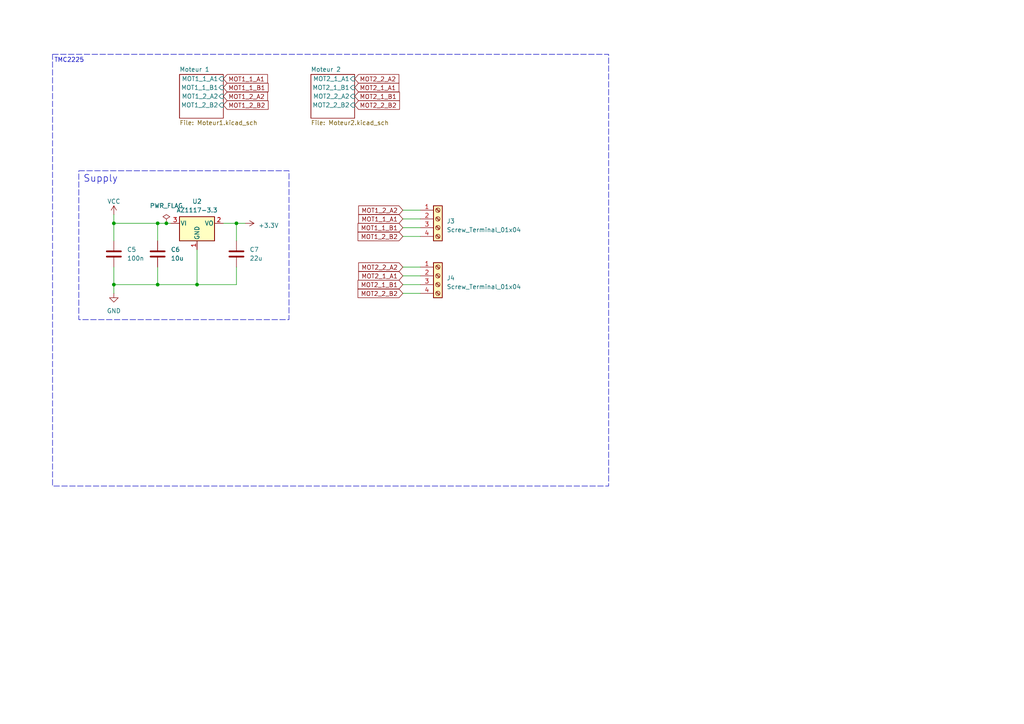
<source format=kicad_sch>
(kicad_sch
	(version 20250114)
	(generator "eeschema")
	(generator_version "9.0")
	(uuid "6547e6e9-8ab0-4cdc-9d64-ddec34ae8d48")
	(paper "A4")
	(title_block
		(title "Projet 6 KICAD TMC2225")
		(company "ENSEA")
	)
	(lib_symbols
		(symbol "Connector:Screw_Terminal_01x04"
			(pin_names
				(offset 1.016)
				(hide yes)
			)
			(exclude_from_sim no)
			(in_bom yes)
			(on_board yes)
			(property "Reference" "J"
				(at 0 5.08 0)
				(effects
					(font
						(size 1.27 1.27)
					)
				)
			)
			(property "Value" "Screw_Terminal_01x04"
				(at 0 -7.62 0)
				(effects
					(font
						(size 1.27 1.27)
					)
				)
			)
			(property "Footprint" ""
				(at 0 0 0)
				(effects
					(font
						(size 1.27 1.27)
					)
					(hide yes)
				)
			)
			(property "Datasheet" "~"
				(at 0 0 0)
				(effects
					(font
						(size 1.27 1.27)
					)
					(hide yes)
				)
			)
			(property "Description" "Generic screw terminal, single row, 01x04, script generated (kicad-library-utils/schlib/autogen/connector/)"
				(at 0 0 0)
				(effects
					(font
						(size 1.27 1.27)
					)
					(hide yes)
				)
			)
			(property "ki_keywords" "screw terminal"
				(at 0 0 0)
				(effects
					(font
						(size 1.27 1.27)
					)
					(hide yes)
				)
			)
			(property "ki_fp_filters" "TerminalBlock*:*"
				(at 0 0 0)
				(effects
					(font
						(size 1.27 1.27)
					)
					(hide yes)
				)
			)
			(symbol "Screw_Terminal_01x04_1_1"
				(rectangle
					(start -1.27 3.81)
					(end 1.27 -6.35)
					(stroke
						(width 0.254)
						(type default)
					)
					(fill
						(type background)
					)
				)
				(polyline
					(pts
						(xy -0.5334 2.8702) (xy 0.3302 2.032)
					)
					(stroke
						(width 0.1524)
						(type default)
					)
					(fill
						(type none)
					)
				)
				(polyline
					(pts
						(xy -0.5334 0.3302) (xy 0.3302 -0.508)
					)
					(stroke
						(width 0.1524)
						(type default)
					)
					(fill
						(type none)
					)
				)
				(polyline
					(pts
						(xy -0.5334 -2.2098) (xy 0.3302 -3.048)
					)
					(stroke
						(width 0.1524)
						(type default)
					)
					(fill
						(type none)
					)
				)
				(polyline
					(pts
						(xy -0.5334 -4.7498) (xy 0.3302 -5.588)
					)
					(stroke
						(width 0.1524)
						(type default)
					)
					(fill
						(type none)
					)
				)
				(polyline
					(pts
						(xy -0.3556 3.048) (xy 0.508 2.2098)
					)
					(stroke
						(width 0.1524)
						(type default)
					)
					(fill
						(type none)
					)
				)
				(polyline
					(pts
						(xy -0.3556 0.508) (xy 0.508 -0.3302)
					)
					(stroke
						(width 0.1524)
						(type default)
					)
					(fill
						(type none)
					)
				)
				(polyline
					(pts
						(xy -0.3556 -2.032) (xy 0.508 -2.8702)
					)
					(stroke
						(width 0.1524)
						(type default)
					)
					(fill
						(type none)
					)
				)
				(polyline
					(pts
						(xy -0.3556 -4.572) (xy 0.508 -5.4102)
					)
					(stroke
						(width 0.1524)
						(type default)
					)
					(fill
						(type none)
					)
				)
				(circle
					(center 0 2.54)
					(radius 0.635)
					(stroke
						(width 0.1524)
						(type default)
					)
					(fill
						(type none)
					)
				)
				(circle
					(center 0 0)
					(radius 0.635)
					(stroke
						(width 0.1524)
						(type default)
					)
					(fill
						(type none)
					)
				)
				(circle
					(center 0 -2.54)
					(radius 0.635)
					(stroke
						(width 0.1524)
						(type default)
					)
					(fill
						(type none)
					)
				)
				(circle
					(center 0 -5.08)
					(radius 0.635)
					(stroke
						(width 0.1524)
						(type default)
					)
					(fill
						(type none)
					)
				)
				(pin passive line
					(at -5.08 2.54 0)
					(length 3.81)
					(name "Pin_1"
						(effects
							(font
								(size 1.27 1.27)
							)
						)
					)
					(number "1"
						(effects
							(font
								(size 1.27 1.27)
							)
						)
					)
				)
				(pin passive line
					(at -5.08 0 0)
					(length 3.81)
					(name "Pin_2"
						(effects
							(font
								(size 1.27 1.27)
							)
						)
					)
					(number "2"
						(effects
							(font
								(size 1.27 1.27)
							)
						)
					)
				)
				(pin passive line
					(at -5.08 -2.54 0)
					(length 3.81)
					(name "Pin_3"
						(effects
							(font
								(size 1.27 1.27)
							)
						)
					)
					(number "3"
						(effects
							(font
								(size 1.27 1.27)
							)
						)
					)
				)
				(pin passive line
					(at -5.08 -5.08 0)
					(length 3.81)
					(name "Pin_4"
						(effects
							(font
								(size 1.27 1.27)
							)
						)
					)
					(number "4"
						(effects
							(font
								(size 1.27 1.27)
							)
						)
					)
				)
			)
			(embedded_fonts no)
		)
		(symbol "Device:C"
			(pin_numbers
				(hide yes)
			)
			(pin_names
				(offset 0.254)
			)
			(exclude_from_sim no)
			(in_bom yes)
			(on_board yes)
			(property "Reference" "C"
				(at 0.635 2.54 0)
				(effects
					(font
						(size 1.27 1.27)
					)
					(justify left)
				)
			)
			(property "Value" "C"
				(at 0.635 -2.54 0)
				(effects
					(font
						(size 1.27 1.27)
					)
					(justify left)
				)
			)
			(property "Footprint" ""
				(at 0.9652 -3.81 0)
				(effects
					(font
						(size 1.27 1.27)
					)
					(hide yes)
				)
			)
			(property "Datasheet" "~"
				(at 0 0 0)
				(effects
					(font
						(size 1.27 1.27)
					)
					(hide yes)
				)
			)
			(property "Description" "Unpolarized capacitor"
				(at 0 0 0)
				(effects
					(font
						(size 1.27 1.27)
					)
					(hide yes)
				)
			)
			(property "ki_keywords" "cap capacitor"
				(at 0 0 0)
				(effects
					(font
						(size 1.27 1.27)
					)
					(hide yes)
				)
			)
			(property "ki_fp_filters" "C_*"
				(at 0 0 0)
				(effects
					(font
						(size 1.27 1.27)
					)
					(hide yes)
				)
			)
			(symbol "C_0_1"
				(polyline
					(pts
						(xy -2.032 0.762) (xy 2.032 0.762)
					)
					(stroke
						(width 0.508)
						(type default)
					)
					(fill
						(type none)
					)
				)
				(polyline
					(pts
						(xy -2.032 -0.762) (xy 2.032 -0.762)
					)
					(stroke
						(width 0.508)
						(type default)
					)
					(fill
						(type none)
					)
				)
			)
			(symbol "C_1_1"
				(pin passive line
					(at 0 3.81 270)
					(length 2.794)
					(name "~"
						(effects
							(font
								(size 1.27 1.27)
							)
						)
					)
					(number "1"
						(effects
							(font
								(size 1.27 1.27)
							)
						)
					)
				)
				(pin passive line
					(at 0 -3.81 90)
					(length 2.794)
					(name "~"
						(effects
							(font
								(size 1.27 1.27)
							)
						)
					)
					(number "2"
						(effects
							(font
								(size 1.27 1.27)
							)
						)
					)
				)
			)
			(embedded_fonts no)
		)
		(symbol "Regulator_Linear:AZ1117-3.3"
			(pin_names
				(offset 0.254)
			)
			(exclude_from_sim no)
			(in_bom yes)
			(on_board yes)
			(property "Reference" "U"
				(at -3.81 3.175 0)
				(effects
					(font
						(size 1.27 1.27)
					)
				)
			)
			(property "Value" "AZ1117-3.3"
				(at 0 3.175 0)
				(effects
					(font
						(size 1.27 1.27)
					)
					(justify left)
				)
			)
			(property "Footprint" ""
				(at 0 6.35 0)
				(effects
					(font
						(size 1.27 1.27)
						(italic yes)
					)
					(hide yes)
				)
			)
			(property "Datasheet" "https://www.diodes.com/assets/Datasheets/AZ1117.pdf"
				(at 0 0 0)
				(effects
					(font
						(size 1.27 1.27)
					)
					(hide yes)
				)
			)
			(property "Description" "1A 20V Fixed LDO Linear Regulator, 3.3V, SOT-89/SOT-223/TO-220/TO-252/TO-263"
				(at 0 0 0)
				(effects
					(font
						(size 1.27 1.27)
					)
					(hide yes)
				)
			)
			(property "ki_keywords" "Fixed Voltage Regulator 1A Positive LDO"
				(at 0 0 0)
				(effects
					(font
						(size 1.27 1.27)
					)
					(hide yes)
				)
			)
			(property "ki_fp_filters" "SOT?223* SOT?89* TO?220* TO?252* TO?263*"
				(at 0 0 0)
				(effects
					(font
						(size 1.27 1.27)
					)
					(hide yes)
				)
			)
			(symbol "AZ1117-3.3_0_1"
				(rectangle
					(start -5.08 1.905)
					(end 5.08 -5.08)
					(stroke
						(width 0.254)
						(type default)
					)
					(fill
						(type background)
					)
				)
			)
			(symbol "AZ1117-3.3_1_1"
				(pin power_in line
					(at -7.62 0 0)
					(length 2.54)
					(name "VI"
						(effects
							(font
								(size 1.27 1.27)
							)
						)
					)
					(number "3"
						(effects
							(font
								(size 1.27 1.27)
							)
						)
					)
				)
				(pin power_in line
					(at 0 -7.62 90)
					(length 2.54)
					(name "GND"
						(effects
							(font
								(size 1.27 1.27)
							)
						)
					)
					(number "1"
						(effects
							(font
								(size 1.27 1.27)
							)
						)
					)
				)
				(pin power_out line
					(at 7.62 0 180)
					(length 2.54)
					(name "VO"
						(effects
							(font
								(size 1.27 1.27)
							)
						)
					)
					(number "2"
						(effects
							(font
								(size 1.27 1.27)
							)
						)
					)
				)
			)
			(embedded_fonts no)
		)
		(symbol "power:+3.3V"
			(power)
			(pin_numbers
				(hide yes)
			)
			(pin_names
				(offset 0)
				(hide yes)
			)
			(exclude_from_sim no)
			(in_bom yes)
			(on_board yes)
			(property "Reference" "#PWR"
				(at 0 -3.81 0)
				(effects
					(font
						(size 1.27 1.27)
					)
					(hide yes)
				)
			)
			(property "Value" "+3.3V"
				(at 0 3.556 0)
				(effects
					(font
						(size 1.27 1.27)
					)
				)
			)
			(property "Footprint" ""
				(at 0 0 0)
				(effects
					(font
						(size 1.27 1.27)
					)
					(hide yes)
				)
			)
			(property "Datasheet" ""
				(at 0 0 0)
				(effects
					(font
						(size 1.27 1.27)
					)
					(hide yes)
				)
			)
			(property "Description" "Power symbol creates a global label with name \"+3.3V\""
				(at 0 0 0)
				(effects
					(font
						(size 1.27 1.27)
					)
					(hide yes)
				)
			)
			(property "ki_keywords" "global power"
				(at 0 0 0)
				(effects
					(font
						(size 1.27 1.27)
					)
					(hide yes)
				)
			)
			(symbol "+3.3V_0_1"
				(polyline
					(pts
						(xy -0.762 1.27) (xy 0 2.54)
					)
					(stroke
						(width 0)
						(type default)
					)
					(fill
						(type none)
					)
				)
				(polyline
					(pts
						(xy 0 2.54) (xy 0.762 1.27)
					)
					(stroke
						(width 0)
						(type default)
					)
					(fill
						(type none)
					)
				)
				(polyline
					(pts
						(xy 0 0) (xy 0 2.54)
					)
					(stroke
						(width 0)
						(type default)
					)
					(fill
						(type none)
					)
				)
			)
			(symbol "+3.3V_1_1"
				(pin power_in line
					(at 0 0 90)
					(length 0)
					(name "~"
						(effects
							(font
								(size 1.27 1.27)
							)
						)
					)
					(number "1"
						(effects
							(font
								(size 1.27 1.27)
							)
						)
					)
				)
			)
			(embedded_fonts no)
		)
		(symbol "power:GND"
			(power)
			(pin_numbers
				(hide yes)
			)
			(pin_names
				(offset 0)
				(hide yes)
			)
			(exclude_from_sim no)
			(in_bom yes)
			(on_board yes)
			(property "Reference" "#PWR"
				(at 0 -6.35 0)
				(effects
					(font
						(size 1.27 1.27)
					)
					(hide yes)
				)
			)
			(property "Value" "GND"
				(at 0 -3.81 0)
				(effects
					(font
						(size 1.27 1.27)
					)
				)
			)
			(property "Footprint" ""
				(at 0 0 0)
				(effects
					(font
						(size 1.27 1.27)
					)
					(hide yes)
				)
			)
			(property "Datasheet" ""
				(at 0 0 0)
				(effects
					(font
						(size 1.27 1.27)
					)
					(hide yes)
				)
			)
			(property "Description" "Power symbol creates a global label with name \"GND\" , ground"
				(at 0 0 0)
				(effects
					(font
						(size 1.27 1.27)
					)
					(hide yes)
				)
			)
			(property "ki_keywords" "global power"
				(at 0 0 0)
				(effects
					(font
						(size 1.27 1.27)
					)
					(hide yes)
				)
			)
			(symbol "GND_0_1"
				(polyline
					(pts
						(xy 0 0) (xy 0 -1.27) (xy 1.27 -1.27) (xy 0 -2.54) (xy -1.27 -1.27) (xy 0 -1.27)
					)
					(stroke
						(width 0)
						(type default)
					)
					(fill
						(type none)
					)
				)
			)
			(symbol "GND_1_1"
				(pin power_in line
					(at 0 0 270)
					(length 0)
					(name "~"
						(effects
							(font
								(size 1.27 1.27)
							)
						)
					)
					(number "1"
						(effects
							(font
								(size 1.27 1.27)
							)
						)
					)
				)
			)
			(embedded_fonts no)
		)
		(symbol "power:PWR_FLAG"
			(power)
			(pin_numbers
				(hide yes)
			)
			(pin_names
				(offset 0)
				(hide yes)
			)
			(exclude_from_sim no)
			(in_bom yes)
			(on_board yes)
			(property "Reference" "#FLG"
				(at 0 1.905 0)
				(effects
					(font
						(size 1.27 1.27)
					)
					(hide yes)
				)
			)
			(property "Value" "PWR_FLAG"
				(at 0 3.81 0)
				(effects
					(font
						(size 1.27 1.27)
					)
				)
			)
			(property "Footprint" ""
				(at 0 0 0)
				(effects
					(font
						(size 1.27 1.27)
					)
					(hide yes)
				)
			)
			(property "Datasheet" "~"
				(at 0 0 0)
				(effects
					(font
						(size 1.27 1.27)
					)
					(hide yes)
				)
			)
			(property "Description" "Special symbol for telling ERC where power comes from"
				(at 0 0 0)
				(effects
					(font
						(size 1.27 1.27)
					)
					(hide yes)
				)
			)
			(property "ki_keywords" "flag power"
				(at 0 0 0)
				(effects
					(font
						(size 1.27 1.27)
					)
					(hide yes)
				)
			)
			(symbol "PWR_FLAG_0_0"
				(pin power_out line
					(at 0 0 90)
					(length 0)
					(name "~"
						(effects
							(font
								(size 1.27 1.27)
							)
						)
					)
					(number "1"
						(effects
							(font
								(size 1.27 1.27)
							)
						)
					)
				)
			)
			(symbol "PWR_FLAG_0_1"
				(polyline
					(pts
						(xy 0 0) (xy 0 1.27) (xy -1.016 1.905) (xy 0 2.54) (xy 1.016 1.905) (xy 0 1.27)
					)
					(stroke
						(width 0)
						(type default)
					)
					(fill
						(type none)
					)
				)
			)
			(embedded_fonts no)
		)
		(symbol "power:VCC"
			(power)
			(pin_numbers
				(hide yes)
			)
			(pin_names
				(offset 0)
				(hide yes)
			)
			(exclude_from_sim no)
			(in_bom yes)
			(on_board yes)
			(property "Reference" "#PWR"
				(at 0 -3.81 0)
				(effects
					(font
						(size 1.27 1.27)
					)
					(hide yes)
				)
			)
			(property "Value" "VCC"
				(at 0 3.556 0)
				(effects
					(font
						(size 1.27 1.27)
					)
				)
			)
			(property "Footprint" ""
				(at 0 0 0)
				(effects
					(font
						(size 1.27 1.27)
					)
					(hide yes)
				)
			)
			(property "Datasheet" ""
				(at 0 0 0)
				(effects
					(font
						(size 1.27 1.27)
					)
					(hide yes)
				)
			)
			(property "Description" "Power symbol creates a global label with name \"VCC\""
				(at 0 0 0)
				(effects
					(font
						(size 1.27 1.27)
					)
					(hide yes)
				)
			)
			(property "ki_keywords" "global power"
				(at 0 0 0)
				(effects
					(font
						(size 1.27 1.27)
					)
					(hide yes)
				)
			)
			(symbol "VCC_0_1"
				(polyline
					(pts
						(xy -0.762 1.27) (xy 0 2.54)
					)
					(stroke
						(width 0)
						(type default)
					)
					(fill
						(type none)
					)
				)
				(polyline
					(pts
						(xy 0 2.54) (xy 0.762 1.27)
					)
					(stroke
						(width 0)
						(type default)
					)
					(fill
						(type none)
					)
				)
				(polyline
					(pts
						(xy 0 0) (xy 0 2.54)
					)
					(stroke
						(width 0)
						(type default)
					)
					(fill
						(type none)
					)
				)
			)
			(symbol "VCC_1_1"
				(pin power_in line
					(at 0 0 90)
					(length 0)
					(name "~"
						(effects
							(font
								(size 1.27 1.27)
							)
						)
					)
					(number "1"
						(effects
							(font
								(size 1.27 1.27)
							)
						)
					)
				)
			)
			(embedded_fonts no)
		)
	)
	(rectangle
		(start 22.86 49.53)
		(end 83.82 92.71)
		(stroke
			(width 0)
			(type dash)
		)
		(fill
			(type none)
		)
		(uuid 2dc6c4e3-ab19-4c41-a7b3-7f8b139428bc)
	)
	(rectangle
		(start 15.24 15.748)
		(end 176.53 140.97)
		(stroke
			(width 0)
			(type dash)
		)
		(fill
			(type none)
		)
		(uuid c735a1b2-744f-4d6f-a837-a7c39108e465)
	)
	(text "TMC2225"
		(exclude_from_sim no)
		(at 20.066 17.526 0)
		(effects
			(font
				(size 1.27 1.27)
			)
		)
		(uuid "4f835600-033a-4f5b-b2a8-38ffa7d78cfd")
	)
	(text "Supply"
		(exclude_from_sim no)
		(at 24.13 53.086 0)
		(effects
			(font
				(size 2 2)
			)
			(justify left bottom)
		)
		(uuid "cc8f3233-62d1-4f33-9b08-4f17cf556c57")
	)
	(junction
		(at 68.58 64.77)
		(diameter 0)
		(color 0 0 0 0)
		(uuid "1dd66d0a-234e-40a8-be95-8694fdaac49d")
	)
	(junction
		(at 45.72 82.55)
		(diameter 0)
		(color 0 0 0 0)
		(uuid "646b53c7-e279-46ce-803c-67804fc2d213")
	)
	(junction
		(at 33.02 82.55)
		(diameter 0)
		(color 0 0 0 0)
		(uuid "75ed4be3-98ab-4016-a177-17adbf13c546")
	)
	(junction
		(at 48.26 64.77)
		(diameter 0)
		(color 0 0 0 0)
		(uuid "7bdc5b74-3edb-41ba-ac12-c25e132f9690")
	)
	(junction
		(at 45.72 64.77)
		(diameter 0)
		(color 0 0 0 0)
		(uuid "84b43617-aa8f-4f65-8c77-48fdf098f0ec")
	)
	(junction
		(at 33.02 64.77)
		(diameter 0)
		(color 0 0 0 0)
		(uuid "96086f79-7b0b-45f0-afca-3e8d7a02c419")
	)
	(junction
		(at 57.15 82.55)
		(diameter 0)
		(color 0 0 0 0)
		(uuid "b64d41ae-6991-4f66-93da-87cda1c5fa99")
	)
	(wire
		(pts
			(xy 64.77 64.77) (xy 68.58 64.77)
		)
		(stroke
			(width 0)
			(type default)
		)
		(uuid "09b70fe7-2390-4315-bce5-0f58e127fddf")
	)
	(wire
		(pts
			(xy 48.26 64.77) (xy 49.53 64.77)
		)
		(stroke
			(width 0)
			(type default)
		)
		(uuid "1e0dcda6-e6ba-4fc1-a8b6-be960da7eb91")
	)
	(wire
		(pts
			(xy 45.72 69.85) (xy 45.72 64.77)
		)
		(stroke
			(width 0)
			(type default)
		)
		(uuid "44ab948a-e04f-4efb-bebd-9fd49cece69e")
	)
	(wire
		(pts
			(xy 116.84 60.96) (xy 121.92 60.96)
		)
		(stroke
			(width 0)
			(type default)
		)
		(uuid "4843f3fa-3800-49e3-8d4b-734311f73813")
	)
	(wire
		(pts
			(xy 33.02 82.55) (xy 33.02 85.09)
		)
		(stroke
			(width 0)
			(type default)
		)
		(uuid "598a5159-1256-4b47-b480-107f329287e8")
	)
	(wire
		(pts
			(xy 33.02 64.77) (xy 45.72 64.77)
		)
		(stroke
			(width 0)
			(type default)
		)
		(uuid "60ed2025-0690-4443-89f2-a77e9e7a7b7c")
	)
	(wire
		(pts
			(xy 116.84 82.55) (xy 121.92 82.55)
		)
		(stroke
			(width 0)
			(type default)
		)
		(uuid "624efd47-b6fa-424e-950e-739e22f9b1e7")
	)
	(wire
		(pts
			(xy 68.58 64.77) (xy 71.12 64.77)
		)
		(stroke
			(width 0)
			(type default)
		)
		(uuid "6e841035-7d93-456c-b665-deafba1a2207")
	)
	(wire
		(pts
			(xy 116.84 66.04) (xy 121.92 66.04)
		)
		(stroke
			(width 0)
			(type default)
		)
		(uuid "72574c37-b1b5-4318-b5c0-29633fe47201")
	)
	(wire
		(pts
			(xy 33.02 62.23) (xy 33.02 64.77)
		)
		(stroke
			(width 0)
			(type default)
		)
		(uuid "7e78d55a-d32a-48be-9ef6-937c49aecf29")
	)
	(wire
		(pts
			(xy 68.58 82.55) (xy 68.58 77.47)
		)
		(stroke
			(width 0)
			(type default)
		)
		(uuid "81cbfd78-dd66-46e9-8404-4e1eed50c27a")
	)
	(wire
		(pts
			(xy 116.84 63.5) (xy 121.92 63.5)
		)
		(stroke
			(width 0)
			(type default)
		)
		(uuid "853c42e7-5852-4636-bf61-78c8f0c566f2")
	)
	(wire
		(pts
			(xy 33.02 77.47) (xy 33.02 82.55)
		)
		(stroke
			(width 0)
			(type default)
		)
		(uuid "85ddbbb1-7fdd-4e4c-8fc9-e10563678242")
	)
	(wire
		(pts
			(xy 45.72 64.77) (xy 48.26 64.77)
		)
		(stroke
			(width 0)
			(type default)
		)
		(uuid "92157266-4320-4474-8ec4-cad13bf36fd1")
	)
	(wire
		(pts
			(xy 57.15 82.55) (xy 57.15 72.39)
		)
		(stroke
			(width 0)
			(type default)
		)
		(uuid "9b17a58b-7c05-46a9-98e1-2176b787b1c0")
	)
	(wire
		(pts
			(xy 116.84 77.47) (xy 121.92 77.47)
		)
		(stroke
			(width 0)
			(type default)
		)
		(uuid "a7656bfd-eb3d-41af-9eb9-a6e1450269c3")
	)
	(wire
		(pts
			(xy 33.02 64.77) (xy 33.02 69.85)
		)
		(stroke
			(width 0)
			(type default)
		)
		(uuid "a89282bb-e349-432a-ac06-7ae6201d1a81")
	)
	(wire
		(pts
			(xy 68.58 64.77) (xy 68.58 69.85)
		)
		(stroke
			(width 0)
			(type default)
		)
		(uuid "c2a1c72c-d872-46b5-8128-709794651ce6")
	)
	(wire
		(pts
			(xy 45.72 77.47) (xy 45.72 82.55)
		)
		(stroke
			(width 0)
			(type default)
		)
		(uuid "cb00a681-32b9-4480-82f6-4661f73f0457")
	)
	(wire
		(pts
			(xy 57.15 82.55) (xy 68.58 82.55)
		)
		(stroke
			(width 0)
			(type default)
		)
		(uuid "dae063bf-5bf5-4409-a3b0-8c15990f87d1")
	)
	(wire
		(pts
			(xy 116.84 85.09) (xy 121.92 85.09)
		)
		(stroke
			(width 0)
			(type default)
		)
		(uuid "e39a368d-bffc-49d7-822b-3c0077097dfe")
	)
	(wire
		(pts
			(xy 116.84 68.58) (xy 121.92 68.58)
		)
		(stroke
			(width 0)
			(type default)
		)
		(uuid "e8b31205-f283-4884-ae7b-df36ea171216")
	)
	(wire
		(pts
			(xy 45.72 82.55) (xy 57.15 82.55)
		)
		(stroke
			(width 0)
			(type default)
		)
		(uuid "eee89212-5655-4f6e-98a8-7053d9339396")
	)
	(wire
		(pts
			(xy 33.02 82.55) (xy 45.72 82.55)
		)
		(stroke
			(width 0)
			(type default)
		)
		(uuid "f3120875-f441-4036-b5a4-a241d4498214")
	)
	(wire
		(pts
			(xy 116.84 80.01) (xy 121.92 80.01)
		)
		(stroke
			(width 0)
			(type default)
		)
		(uuid "fbe2afb8-9415-4689-8c4d-e2d5d2ef47aa")
	)
	(global_label "MOT2_1_B1"
		(shape input)
		(at 102.87 27.94 0)
		(fields_autoplaced yes)
		(effects
			(font
				(size 1.27 1.27)
			)
			(justify left)
		)
		(uuid "07ccf19e-9a30-4f1e-9e1e-4e4dfd481571")
		(property "Intersheetrefs" "${INTERSHEET_REFS}"
			(at 116.4384 27.94 0)
			(effects
				(font
					(size 1.27 1.27)
				)
				(justify left)
				(hide yes)
			)
		)
	)
	(global_label "MOT1_1_B1"
		(shape input)
		(at 64.77 25.4 0)
		(fields_autoplaced yes)
		(effects
			(font
				(size 1.27 1.27)
			)
			(justify left)
		)
		(uuid "17c54baf-4af2-46c5-bce7-e41af1993ec9")
		(property "Intersheetrefs" "${INTERSHEET_REFS}"
			(at 78.3384 25.4 0)
			(effects
				(font
					(size 1.27 1.27)
				)
				(justify left)
				(hide yes)
			)
		)
	)
	(global_label "MOT2_2_B2"
		(shape input)
		(at 116.84 85.09 180)
		(fields_autoplaced yes)
		(effects
			(font
				(size 1.27 1.27)
			)
			(justify right)
		)
		(uuid "1f318bc2-0a18-4300-a4a3-400ef14ef85c")
		(property "Intersheetrefs" "${INTERSHEET_REFS}"
			(at 103.2716 85.09 0)
			(effects
				(font
					(size 1.27 1.27)
				)
				(justify right)
				(hide yes)
			)
		)
	)
	(global_label "MOT2_2_B2"
		(shape input)
		(at 102.87 30.48 0)
		(fields_autoplaced yes)
		(effects
			(font
				(size 1.27 1.27)
			)
			(justify left)
		)
		(uuid "1f469d3b-cd42-4392-95b1-fdccb893a7ce")
		(property "Intersheetrefs" "${INTERSHEET_REFS}"
			(at 116.4384 30.48 0)
			(effects
				(font
					(size 1.27 1.27)
				)
				(justify left)
				(hide yes)
			)
		)
	)
	(global_label "MOT1_2_A2"
		(shape input)
		(at 64.77 27.94 0)
		(fields_autoplaced yes)
		(effects
			(font
				(size 1.27 1.27)
			)
			(justify left)
		)
		(uuid "38e1b103-a5f7-4a45-b700-e10b11347883")
		(property "Intersheetrefs" "${INTERSHEET_REFS}"
			(at 78.157 27.94 0)
			(effects
				(font
					(size 1.27 1.27)
				)
				(justify left)
				(hide yes)
			)
		)
	)
	(global_label "MOT2_2_A2"
		(shape input)
		(at 116.84 77.47 180)
		(fields_autoplaced yes)
		(effects
			(font
				(size 1.27 1.27)
			)
			(justify right)
		)
		(uuid "45bf4e90-7faf-44c8-9e05-28a10abba670")
		(property "Intersheetrefs" "${INTERSHEET_REFS}"
			(at 103.453 77.47 0)
			(effects
				(font
					(size 1.27 1.27)
				)
				(justify right)
				(hide yes)
			)
		)
	)
	(global_label "MOT2_1_A1"
		(shape input)
		(at 102.87 25.4 0)
		(fields_autoplaced yes)
		(effects
			(font
				(size 1.27 1.27)
			)
			(justify left)
		)
		(uuid "65999ea9-7e78-4ab3-8f62-30091d551b83")
		(property "Intersheetrefs" "${INTERSHEET_REFS}"
			(at 116.257 25.4 0)
			(effects
				(font
					(size 1.27 1.27)
				)
				(justify left)
				(hide yes)
			)
		)
	)
	(global_label "MOT1_1_A1"
		(shape input)
		(at 64.77 22.86 0)
		(fields_autoplaced yes)
		(effects
			(font
				(size 1.27 1.27)
			)
			(justify left)
		)
		(uuid "70e94f23-e791-477a-9389-9738dca30690")
		(property "Intersheetrefs" "${INTERSHEET_REFS}"
			(at 78.157 22.86 0)
			(effects
				(font
					(size 1.27 1.27)
				)
				(justify left)
				(hide yes)
			)
		)
	)
	(global_label "MOT1_2_B2"
		(shape input)
		(at 116.84 68.58 180)
		(fields_autoplaced yes)
		(effects
			(font
				(size 1.27 1.27)
			)
			(justify right)
		)
		(uuid "726871be-fb7d-45cf-b260-cef03351903b")
		(property "Intersheetrefs" "${INTERSHEET_REFS}"
			(at 103.2716 68.58 0)
			(effects
				(font
					(size 1.27 1.27)
				)
				(justify right)
				(hide yes)
			)
		)
	)
	(global_label "MOT2_1_B1"
		(shape input)
		(at 116.84 82.55 180)
		(fields_autoplaced yes)
		(effects
			(font
				(size 1.27 1.27)
			)
			(justify right)
		)
		(uuid "74038db7-bd67-4e04-8f55-1fefaeb8ebb7")
		(property "Intersheetrefs" "${INTERSHEET_REFS}"
			(at 103.2716 82.55 0)
			(effects
				(font
					(size 1.27 1.27)
				)
				(justify right)
				(hide yes)
			)
		)
	)
	(global_label "MOT2_1_A1"
		(shape input)
		(at 116.84 80.01 180)
		(fields_autoplaced yes)
		(effects
			(font
				(size 1.27 1.27)
			)
			(justify right)
		)
		(uuid "800c956e-ee0a-4861-b92a-247a877a3f88")
		(property "Intersheetrefs" "${INTERSHEET_REFS}"
			(at 103.453 80.01 0)
			(effects
				(font
					(size 1.27 1.27)
				)
				(justify right)
				(hide yes)
			)
		)
	)
	(global_label "MOT1_2_B2"
		(shape input)
		(at 64.77 30.48 0)
		(fields_autoplaced yes)
		(effects
			(font
				(size 1.27 1.27)
			)
			(justify left)
		)
		(uuid "9dd78df5-c794-4fc1-9e37-c8bc89fa352e")
		(property "Intersheetrefs" "${INTERSHEET_REFS}"
			(at 78.3384 30.48 0)
			(effects
				(font
					(size 1.27 1.27)
				)
				(justify left)
				(hide yes)
			)
		)
	)
	(global_label "MOT1_2_A2"
		(shape input)
		(at 116.84 60.96 180)
		(fields_autoplaced yes)
		(effects
			(font
				(size 1.27 1.27)
			)
			(justify right)
		)
		(uuid "a6078fdb-ab31-4a94-abb4-b8b039ced15e")
		(property "Intersheetrefs" "${INTERSHEET_REFS}"
			(at 103.453 60.96 0)
			(effects
				(font
					(size 1.27 1.27)
				)
				(justify right)
				(hide yes)
			)
		)
	)
	(global_label "MOT1_1_B1"
		(shape input)
		(at 116.84 66.04 180)
		(fields_autoplaced yes)
		(effects
			(font
				(size 1.27 1.27)
			)
			(justify right)
		)
		(uuid "b7c6b4fd-2006-4670-9789-0647b6800635")
		(property "Intersheetrefs" "${INTERSHEET_REFS}"
			(at 103.2716 66.04 0)
			(effects
				(font
					(size 1.27 1.27)
				)
				(justify right)
				(hide yes)
			)
		)
	)
	(global_label "MOT1_1_A1"
		(shape input)
		(at 116.84 63.5 180)
		(fields_autoplaced yes)
		(effects
			(font
				(size 1.27 1.27)
			)
			(justify right)
		)
		(uuid "c4b04aef-aa66-4a9d-a02e-894bfd59731c")
		(property "Intersheetrefs" "${INTERSHEET_REFS}"
			(at 103.453 63.5 0)
			(effects
				(font
					(size 1.27 1.27)
				)
				(justify right)
				(hide yes)
			)
		)
	)
	(global_label "MOT2_2_A2"
		(shape input)
		(at 102.87 22.86 0)
		(fields_autoplaced yes)
		(effects
			(font
				(size 1.27 1.27)
			)
			(justify left)
		)
		(uuid "f4bbbb0f-c296-435c-834d-d778947e6ccb")
		(property "Intersheetrefs" "${INTERSHEET_REFS}"
			(at 116.257 22.86 0)
			(effects
				(font
					(size 1.27 1.27)
				)
				(justify left)
				(hide yes)
			)
		)
	)
	(symbol
		(lib_id "power:GND")
		(at 33.02 85.09 0)
		(unit 1)
		(exclude_from_sim no)
		(in_bom yes)
		(on_board yes)
		(dnp no)
		(fields_autoplaced yes)
		(uuid "066db786-0bb9-4667-9120-e8cd4475fd13")
		(property "Reference" "#PWR038"
			(at 33.02 91.44 0)
			(effects
				(font
					(size 1.27 1.27)
				)
				(hide yes)
			)
		)
		(property "Value" "GND"
			(at 33.02 90.17 0)
			(effects
				(font
					(size 1.27 1.27)
				)
			)
		)
		(property "Footprint" ""
			(at 33.02 85.09 0)
			(effects
				(font
					(size 1.27 1.27)
				)
				(hide yes)
			)
		)
		(property "Datasheet" ""
			(at 33.02 85.09 0)
			(effects
				(font
					(size 1.27 1.27)
				)
				(hide yes)
			)
		)
		(property "Description" ""
			(at 33.02 85.09 0)
			(effects
				(font
					(size 1.27 1.27)
				)
			)
		)
		(pin "1"
			(uuid "49574065-28f7-4ed3-ae86-41adb5ab3cf5")
		)
		(instances
			(project "Projet 6 KICAD TMC2225"
				(path "/6547e6e9-8ab0-4cdc-9d64-ddec34ae8d48"
					(reference "#PWR038")
					(unit 1)
				)
			)
		)
	)
	(symbol
		(lib_id "Connector:Screw_Terminal_01x04")
		(at 127 63.5 0)
		(unit 1)
		(exclude_from_sim no)
		(in_bom yes)
		(on_board yes)
		(dnp no)
		(fields_autoplaced yes)
		(uuid "0cd04372-9ae5-4914-bd42-ec54bcb0c1c3")
		(property "Reference" "J3"
			(at 129.54 64.135 0)
			(effects
				(font
					(size 1.27 1.27)
				)
				(justify left)
			)
		)
		(property "Value" "Screw_Terminal_01x04"
			(at 129.54 66.675 0)
			(effects
				(font
					(size 1.27 1.27)
				)
				(justify left)
			)
		)
		(property "Footprint" ""
			(at 127 63.5 0)
			(effects
				(font
					(size 1.27 1.27)
				)
				(hide yes)
			)
		)
		(property "Datasheet" "~"
			(at 127 63.5 0)
			(effects
				(font
					(size 1.27 1.27)
				)
				(hide yes)
			)
		)
		(property "Description" ""
			(at 127 63.5 0)
			(effects
				(font
					(size 1.27 1.27)
				)
			)
		)
		(pin "1"
			(uuid "a968dffb-7537-4ff7-9916-119f63cbd386")
		)
		(pin "2"
			(uuid "036823ca-dfdb-411e-af7a-fdcb0affe11f")
		)
		(pin "3"
			(uuid "8341379f-e508-4fdf-ad1a-df259dff7e64")
		)
		(pin "4"
			(uuid "afd96592-7f52-4cc3-81c6-10b366448f7b")
		)
		(instances
			(project "Projet 6 KICAD TMC2225"
				(path "/6547e6e9-8ab0-4cdc-9d64-ddec34ae8d48"
					(reference "J3")
					(unit 1)
				)
			)
		)
	)
	(symbol
		(lib_id "Connector:Screw_Terminal_01x04")
		(at 127 80.01 0)
		(unit 1)
		(exclude_from_sim no)
		(in_bom yes)
		(on_board yes)
		(dnp no)
		(fields_autoplaced yes)
		(uuid "11d208e0-933d-4280-94c1-08bad2481b0d")
		(property "Reference" "J4"
			(at 129.54 80.645 0)
			(effects
				(font
					(size 1.27 1.27)
				)
				(justify left)
			)
		)
		(property "Value" "Screw_Terminal_01x04"
			(at 129.54 83.185 0)
			(effects
				(font
					(size 1.27 1.27)
				)
				(justify left)
			)
		)
		(property "Footprint" ""
			(at 127 80.01 0)
			(effects
				(font
					(size 1.27 1.27)
				)
				(hide yes)
			)
		)
		(property "Datasheet" "~"
			(at 127 80.01 0)
			(effects
				(font
					(size 1.27 1.27)
				)
				(hide yes)
			)
		)
		(property "Description" ""
			(at 127 80.01 0)
			(effects
				(font
					(size 1.27 1.27)
				)
			)
		)
		(pin "1"
			(uuid "ca5fea0e-c3f7-4170-8cf8-3585913a37fd")
		)
		(pin "2"
			(uuid "9cf2f346-e467-43e7-946f-7b1adabdf0bb")
		)
		(pin "3"
			(uuid "a2d2e2de-c001-421d-bbd1-a50a436a4897")
		)
		(pin "4"
			(uuid "d6a6a956-8788-4158-92a7-9b32933bf31c")
		)
		(instances
			(project "Projet 6 KICAD TMC2225"
				(path "/6547e6e9-8ab0-4cdc-9d64-ddec34ae8d48"
					(reference "J4")
					(unit 1)
				)
			)
		)
	)
	(symbol
		(lib_id "power:+3.3V")
		(at 71.12 64.77 270)
		(unit 1)
		(exclude_from_sim no)
		(in_bom yes)
		(on_board yes)
		(dnp no)
		(fields_autoplaced yes)
		(uuid "1f6976e8-d281-4e65-9a3a-cc576c6a0083")
		(property "Reference" "#PWR039"
			(at 67.31 64.77 0)
			(effects
				(font
					(size 1.27 1.27)
				)
				(hide yes)
			)
		)
		(property "Value" "+3.3V"
			(at 74.93 65.405 90)
			(effects
				(font
					(size 1.27 1.27)
				)
				(justify left)
			)
		)
		(property "Footprint" ""
			(at 71.12 64.77 0)
			(effects
				(font
					(size 1.27 1.27)
				)
				(hide yes)
			)
		)
		(property "Datasheet" ""
			(at 71.12 64.77 0)
			(effects
				(font
					(size 1.27 1.27)
				)
				(hide yes)
			)
		)
		(property "Description" ""
			(at 71.12 64.77 0)
			(effects
				(font
					(size 1.27 1.27)
				)
			)
		)
		(pin "1"
			(uuid "b3e6f3e0-8d67-417a-b0c5-930a5f8b85fe")
		)
		(instances
			(project "Projet 6 KICAD TMC2225"
				(path "/6547e6e9-8ab0-4cdc-9d64-ddec34ae8d48"
					(reference "#PWR039")
					(unit 1)
				)
			)
		)
	)
	(symbol
		(lib_id "Device:C")
		(at 68.58 73.66 0)
		(unit 1)
		(exclude_from_sim no)
		(in_bom yes)
		(on_board yes)
		(dnp no)
		(fields_autoplaced yes)
		(uuid "26d97450-7675-402c-8695-771bb77e1c44")
		(property "Reference" "C7"
			(at 72.39 72.3899 0)
			(effects
				(font
					(size 1.27 1.27)
				)
				(justify left)
			)
		)
		(property "Value" "22u"
			(at 72.39 74.9299 0)
			(effects
				(font
					(size 1.27 1.27)
				)
				(justify left)
			)
		)
		(property "Footprint" ""
			(at 69.5452 77.47 0)
			(effects
				(font
					(size 1.27 1.27)
				)
				(hide yes)
			)
		)
		(property "Datasheet" "~"
			(at 68.58 73.66 0)
			(effects
				(font
					(size 1.27 1.27)
				)
				(hide yes)
			)
		)
		(property "Description" ""
			(at 68.58 73.66 0)
			(effects
				(font
					(size 1.27 1.27)
				)
			)
		)
		(pin "1"
			(uuid "25711705-c10c-4bb8-bdf3-249e52d3d601")
		)
		(pin "2"
			(uuid "47e8748e-f87e-4b55-9ebe-c8fdb7fc1ddd")
		)
		(instances
			(project "Projet 6 KICAD TMC2225"
				(path "/6547e6e9-8ab0-4cdc-9d64-ddec34ae8d48"
					(reference "C7")
					(unit 1)
				)
			)
		)
	)
	(symbol
		(lib_id "power:PWR_FLAG")
		(at 48.26 64.77 0)
		(unit 1)
		(exclude_from_sim no)
		(in_bom yes)
		(on_board yes)
		(dnp no)
		(fields_autoplaced yes)
		(uuid "95ad9b13-8a04-4956-b709-df7f39c06433")
		(property "Reference" "#FLG01"
			(at 48.26 62.865 0)
			(effects
				(font
					(size 1.27 1.27)
				)
				(hide yes)
			)
		)
		(property "Value" "PWR_FLAG"
			(at 48.26 59.69 0)
			(effects
				(font
					(size 1.27 1.27)
				)
			)
		)
		(property "Footprint" ""
			(at 48.26 64.77 0)
			(effects
				(font
					(size 1.27 1.27)
				)
				(hide yes)
			)
		)
		(property "Datasheet" "~"
			(at 48.26 64.77 0)
			(effects
				(font
					(size 1.27 1.27)
				)
				(hide yes)
			)
		)
		(property "Description" "Special symbol for telling ERC where power comes from"
			(at 48.26 64.77 0)
			(effects
				(font
					(size 1.27 1.27)
				)
				(hide yes)
			)
		)
		(pin "1"
			(uuid "4b02c3fa-185b-491d-a57e-df82ee53aef3")
		)
		(instances
			(project "Projet 6 KICAD TMC2225"
				(path "/6547e6e9-8ab0-4cdc-9d64-ddec34ae8d48"
					(reference "#FLG01")
					(unit 1)
				)
			)
		)
	)
	(symbol
		(lib_id "Regulator_Linear:AZ1117-3.3")
		(at 57.15 64.77 0)
		(unit 1)
		(exclude_from_sim no)
		(in_bom yes)
		(on_board yes)
		(dnp no)
		(fields_autoplaced yes)
		(uuid "97ea541a-aa1e-46e8-80d0-ac04e532bd02")
		(property "Reference" "U2"
			(at 57.15 58.42 0)
			(effects
				(font
					(size 1.27 1.27)
				)
			)
		)
		(property "Value" "AZ1117-3.3"
			(at 57.15 60.96 0)
			(effects
				(font
					(size 1.27 1.27)
				)
			)
		)
		(property "Footprint" ""
			(at 57.15 58.42 0)
			(effects
				(font
					(size 1.27 1.27)
					(italic yes)
				)
				(hide yes)
			)
		)
		(property "Datasheet" "https://www.diodes.com/assets/Datasheets/AZ1117.pdf"
			(at 57.15 64.77 0)
			(effects
				(font
					(size 1.27 1.27)
				)
				(hide yes)
			)
		)
		(property "Description" ""
			(at 57.15 64.77 0)
			(effects
				(font
					(size 1.27 1.27)
				)
			)
		)
		(pin "1"
			(uuid "7aae75d0-0f50-4c77-a1b0-69d2d2089ed3")
		)
		(pin "2"
			(uuid "d49f05e5-7720-43f8-ad18-76505470fc32")
		)
		(pin "3"
			(uuid "58db2aa6-e4ab-4422-a656-dc09b75b1716")
		)
		(instances
			(project "Projet 6 KICAD TMC2225"
				(path "/6547e6e9-8ab0-4cdc-9d64-ddec34ae8d48"
					(reference "U2")
					(unit 1)
				)
			)
		)
	)
	(symbol
		(lib_id "Device:C")
		(at 33.02 73.66 0)
		(unit 1)
		(exclude_from_sim no)
		(in_bom yes)
		(on_board yes)
		(dnp no)
		(fields_autoplaced yes)
		(uuid "aa817462-e97e-4ae9-bc2f-bd60f0722199")
		(property "Reference" "C5"
			(at 36.83 72.3899 0)
			(effects
				(font
					(size 1.27 1.27)
				)
				(justify left)
			)
		)
		(property "Value" "100n"
			(at 36.83 74.9299 0)
			(effects
				(font
					(size 1.27 1.27)
				)
				(justify left)
			)
		)
		(property "Footprint" ""
			(at 33.9852 77.47 0)
			(effects
				(font
					(size 1.27 1.27)
				)
				(hide yes)
			)
		)
		(property "Datasheet" "~"
			(at 33.02 73.66 0)
			(effects
				(font
					(size 1.27 1.27)
				)
				(hide yes)
			)
		)
		(property "Description" ""
			(at 33.02 73.66 0)
			(effects
				(font
					(size 1.27 1.27)
				)
			)
		)
		(pin "1"
			(uuid "4bc86e68-5a42-4240-8c5f-aa61ce9903f8")
		)
		(pin "2"
			(uuid "59588d7b-32b7-497d-a14d-917efd4311b1")
		)
		(instances
			(project "Projet 6 KICAD TMC2225"
				(path "/6547e6e9-8ab0-4cdc-9d64-ddec34ae8d48"
					(reference "C5")
					(unit 1)
				)
			)
		)
	)
	(symbol
		(lib_id "power:VCC")
		(at 33.02 62.23 0)
		(unit 1)
		(exclude_from_sim no)
		(in_bom yes)
		(on_board yes)
		(dnp no)
		(fields_autoplaced yes)
		(uuid "b82a682c-7f63-4ae4-93f8-3979fc11b5a7")
		(property "Reference" "#PWR037"
			(at 33.02 66.04 0)
			(effects
				(font
					(size 1.27 1.27)
				)
				(hide yes)
			)
		)
		(property "Value" "VCC"
			(at 33.02 58.42 0)
			(effects
				(font
					(size 1.27 1.27)
				)
			)
		)
		(property "Footprint" ""
			(at 33.02 62.23 0)
			(effects
				(font
					(size 1.27 1.27)
				)
				(hide yes)
			)
		)
		(property "Datasheet" ""
			(at 33.02 62.23 0)
			(effects
				(font
					(size 1.27 1.27)
				)
				(hide yes)
			)
		)
		(property "Description" "Power symbol creates a global label with name \"VCC\""
			(at 33.02 62.23 0)
			(effects
				(font
					(size 1.27 1.27)
				)
				(hide yes)
			)
		)
		(pin "1"
			(uuid "348837c6-60fc-46d8-909c-7a5c813348d2")
		)
		(instances
			(project "Projet 6 KICAD TMC2225"
				(path "/6547e6e9-8ab0-4cdc-9d64-ddec34ae8d48"
					(reference "#PWR037")
					(unit 1)
				)
			)
		)
	)
	(symbol
		(lib_id "Device:C")
		(at 45.72 73.66 0)
		(unit 1)
		(exclude_from_sim no)
		(in_bom yes)
		(on_board yes)
		(dnp no)
		(fields_autoplaced yes)
		(uuid "ff91bc75-8bff-416f-8f28-f1d6b783b8b8")
		(property "Reference" "C6"
			(at 49.53 72.3899 0)
			(effects
				(font
					(size 1.27 1.27)
				)
				(justify left)
			)
		)
		(property "Value" "10u"
			(at 49.53 74.9299 0)
			(effects
				(font
					(size 1.27 1.27)
				)
				(justify left)
			)
		)
		(property "Footprint" ""
			(at 46.6852 77.47 0)
			(effects
				(font
					(size 1.27 1.27)
				)
				(hide yes)
			)
		)
		(property "Datasheet" "~"
			(at 45.72 73.66 0)
			(effects
				(font
					(size 1.27 1.27)
				)
				(hide yes)
			)
		)
		(property "Description" ""
			(at 45.72 73.66 0)
			(effects
				(font
					(size 1.27 1.27)
				)
			)
		)
		(pin "1"
			(uuid "127044ba-0b44-483a-adf3-922b1a603dfe")
		)
		(pin "2"
			(uuid "4ea800c7-8e8c-4844-a4b8-27bbdb208f5a")
		)
		(instances
			(project "Projet 6 KICAD TMC2225"
				(path "/6547e6e9-8ab0-4cdc-9d64-ddec34ae8d48"
					(reference "C6")
					(unit 1)
				)
			)
		)
	)
	(sheet
		(at 90.17 21.59)
		(size 12.7 12.7)
		(exclude_from_sim no)
		(in_bom yes)
		(on_board yes)
		(dnp no)
		(fields_autoplaced yes)
		(stroke
			(width 0.1524)
			(type solid)
		)
		(fill
			(color 0 0 0 0.0000)
		)
		(uuid "04693c4d-ef2d-448a-b96d-b35de05d45eb")
		(property "Sheetname" "Moteur 2"
			(at 90.17 20.8784 0)
			(effects
				(font
					(size 1.27 1.27)
				)
				(justify left bottom)
			)
		)
		(property "Sheetfile" "Moteur2.kicad_sch"
			(at 90.17 34.8746 0)
			(effects
				(font
					(size 1.27 1.27)
				)
				(justify left top)
			)
		)
		(pin "MOT2_1_A1" input
			(at 102.87 22.86 0)
			(uuid "6d716598-5b67-4da9-b1fa-bcbe495a0566")
			(effects
				(font
					(size 1.27 1.27)
				)
				(justify right)
			)
		)
		(pin "MOT2_1_B1" input
			(at 102.87 25.4 0)
			(uuid "24f05913-86b0-4457-8916-e40276795d24")
			(effects
				(font
					(size 1.27 1.27)
				)
				(justify right)
			)
		)
		(pin "MOT2_2_A2" input
			(at 102.87 27.94 0)
			(uuid "5e7026d0-cb85-475b-a488-5ee1ec4ae39b")
			(effects
				(font
					(size 1.27 1.27)
				)
				(justify right)
			)
		)
		(pin "MOT2_2_B2" input
			(at 102.87 30.48 0)
			(uuid "356f545f-4eb0-4e37-800f-0ab019a214b3")
			(effects
				(font
					(size 1.27 1.27)
				)
				(justify right)
			)
		)
		(instances
			(project "Projet 6 KICAD TMC2225"
				(path "/6547e6e9-8ab0-4cdc-9d64-ddec34ae8d48"
					(page "3")
				)
			)
		)
	)
	(sheet
		(at 52.07 21.59)
		(size 12.7 12.7)
		(exclude_from_sim no)
		(in_bom yes)
		(on_board yes)
		(dnp no)
		(fields_autoplaced yes)
		(stroke
			(width 0.1524)
			(type solid)
		)
		(fill
			(color 0 0 0 0.0000)
		)
		(uuid "3abbf5df-623d-4601-88f1-ebabd7cd0b64")
		(property "Sheetname" "Moteur 1"
			(at 52.07 20.8784 0)
			(effects
				(font
					(size 1.27 1.27)
				)
				(justify left bottom)
			)
		)
		(property "Sheetfile" "Moteur1.kicad_sch"
			(at 52.07 34.8746 0)
			(effects
				(font
					(size 1.27 1.27)
				)
				(justify left top)
			)
		)
		(pin "MOT1_1_A1" input
			(at 64.77 22.86 0)
			(uuid "fef2cea8-5ee0-4e44-be48-163c706a04c4")
			(effects
				(font
					(size 1.27 1.27)
				)
				(justify right)
			)
		)
		(pin "MOT1_1_B1" input
			(at 64.77 25.4 0)
			(uuid "b214a3bb-92a7-45ba-b08b-5cc57d2189b4")
			(effects
				(font
					(size 1.27 1.27)
				)
				(justify right)
			)
		)
		(pin "MOT1_2_A2" input
			(at 64.77 27.94 0)
			(uuid "f2e364fe-2e5b-4760-9392-0494ab3571d5")
			(effects
				(font
					(size 1.27 1.27)
				)
				(justify right)
			)
		)
		(pin "MOT1_2_B2" input
			(at 64.77 30.48 0)
			(uuid "8cc4ce58-bb71-4aab-955e-59d32b208c54")
			(effects
				(font
					(size 1.27 1.27)
				)
				(justify right)
			)
		)
		(instances
			(project "Projet 6 KICAD TMC2225"
				(path "/6547e6e9-8ab0-4cdc-9d64-ddec34ae8d48"
					(page "2")
				)
			)
		)
	)
	(sheet_instances
		(path "/"
			(page "1")
		)
	)
	(embedded_fonts no)
)

</source>
